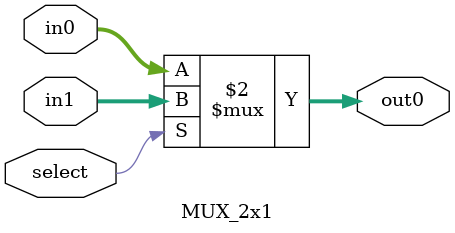
<source format=v>
`timescale 1ns / 1ps

//MUX 2x1
module MUX_2x1(
input [7:0] in0, input [7:0] in1, input select, output [7:0] out0
    );
    
    assign out0 = (select ==0) ? in0 : in1;
endmodule

</source>
